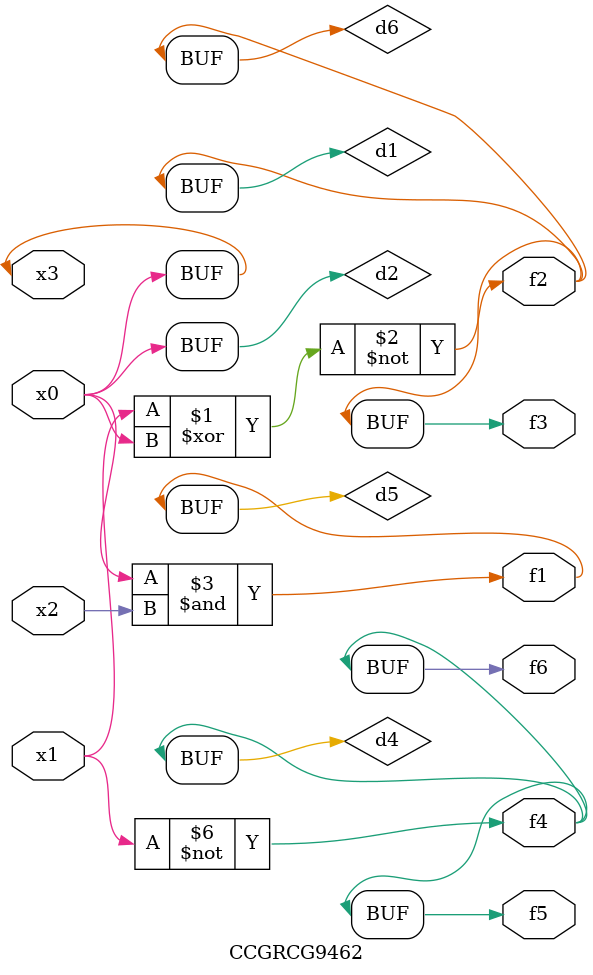
<source format=v>
module CCGRCG9462(
	input x0, x1, x2, x3,
	output f1, f2, f3, f4, f5, f6
);

	wire d1, d2, d3, d4, d5, d6;

	xnor (d1, x1, x3);
	buf (d2, x0, x3);
	nand (d3, x0, x2);
	not (d4, x1);
	nand (d5, d3);
	or (d6, d1);
	assign f1 = d5;
	assign f2 = d6;
	assign f3 = d6;
	assign f4 = d4;
	assign f5 = d4;
	assign f6 = d4;
endmodule

</source>
